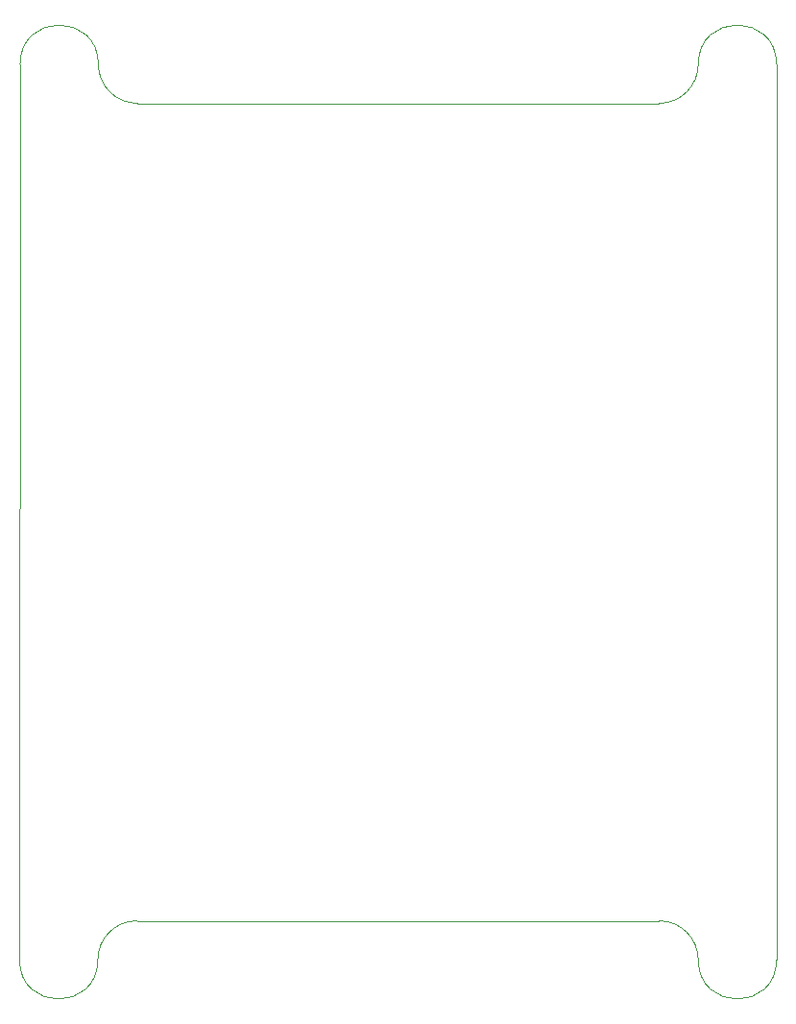
<source format=gko>
G04 Layer: BottomSilkscreenLayer*
G04 EasyEDA v6.5.25, 2024-03-20 21:11:36*
G04 Gerber Generator version 0.2*
G04 Scale: 100 percent, Rotated: No, Reflected: No *
G04 Dimensions in millimeters  *
G04 leading zeros omitted , absolute positions ,3 integer and 6 decimal *
%TF.GenerationSoftware,KiCad,Pcbnew,8.0.3*%
%TF.CreationDate,2024-07-16T23:41:30+08:00*%
%TF.ProjectId,mspm0,6d73706d-302e-46b6-9963-61645f706362,rev?*%
%TF.SameCoordinates,Original*%
%TF.FileFunction,Profile,NP*%
%FSLAX46Y46*%
G04 Gerber Fmt 4.6, Leading zero omitted, Abs format (unit mm)*
G04 Created by KiCad (PCBNEW 8.0.3) date 2024-07-16 23:41:30*
%MOMM*%
%LPD*%
G01*
G04 APERTURE LIST*
%TA.AperFunction,Profile*%
%ADD10C,0.100000*%
%TD*%
G04 APERTURE END LIST*
D10*
X184050000Y-106600000D02*
G75*
G02*
X177150000Y-106600000I-3450000J0D01*
G01*
X177150000Y-27650000D02*
G75*
G02*
X184050000Y-27650000I3450000J-1D01*
G01*
X117350000Y-27650000D02*
G75*
G02*
X124250000Y-27650000I3450000J-1D01*
G01*
X177150000Y-27650000D02*
G75*
G02*
X173700000Y-31100000I-3450000J0D01*
G01*
X124200000Y-106600000D02*
G75*
G02*
X117300000Y-106600000I-3450000J0D01*
G01*
X127700000Y-31100000D02*
X173700000Y-31100000D01*
X124200000Y-106600000D02*
G75*
G02*
X127650000Y-103150000I3450000J0D01*
G01*
X173700000Y-103150000D02*
G75*
G02*
X177150000Y-106600000I0J-3450000D01*
G01*
X184050000Y-27650000D02*
X184050000Y-106600000D01*
X127700000Y-31100000D02*
G75*
G02*
X124250000Y-27650000I0J3450000D01*
G01*
X173700000Y-103150000D02*
X127650000Y-103150000D01*
X117350000Y-27650000D02*
X117300000Y-106600000D01*
M02*

</source>
